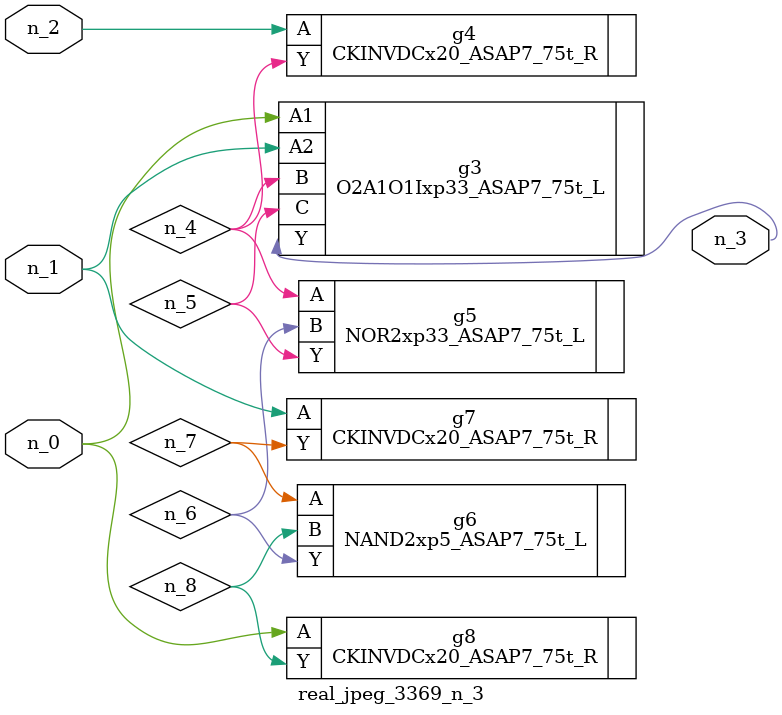
<source format=v>
module real_jpeg_3369_n_3 (n_1, n_0, n_2, n_3);

input n_1;
input n_0;
input n_2;

output n_3;

wire n_5;
wire n_4;
wire n_8;
wire n_6;
wire n_7;

O2A1O1Ixp33_ASAP7_75t_L g3 ( 
.A1(n_0),
.A2(n_1),
.B(n_4),
.C(n_5),
.Y(n_3)
);

CKINVDCx20_ASAP7_75t_R g8 ( 
.A(n_0),
.Y(n_8)
);

CKINVDCx20_ASAP7_75t_R g7 ( 
.A(n_1),
.Y(n_7)
);

CKINVDCx20_ASAP7_75t_R g4 ( 
.A(n_2),
.Y(n_4)
);

NOR2xp33_ASAP7_75t_L g5 ( 
.A(n_4),
.B(n_6),
.Y(n_5)
);

NAND2xp5_ASAP7_75t_L g6 ( 
.A(n_7),
.B(n_8),
.Y(n_6)
);


endmodule
</source>
